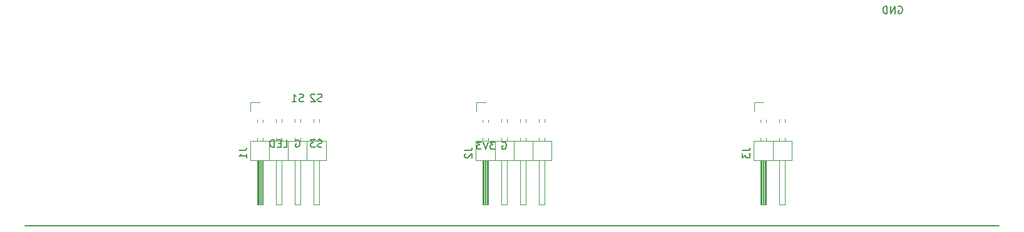
<source format=gbr>
%TF.GenerationSoftware,KiCad,Pcbnew,(5.1.12)-1*%
%TF.CreationDate,2022-02-09T09:57:39+03:00*%
%TF.ProjectId,Streamer_ADAU1701 front,53747265-616d-4657-925f-414441553137,rev?*%
%TF.SameCoordinates,Original*%
%TF.FileFunction,Legend,Bot*%
%TF.FilePolarity,Positive*%
%FSLAX46Y46*%
G04 Gerber Fmt 4.6, Leading zero omitted, Abs format (unit mm)*
G04 Created by KiCad (PCBNEW (5.1.12)-1) date 2022-02-09 09:57:39*
%MOMM*%
%LPD*%
G01*
G04 APERTURE LIST*
%ADD10C,0.150000*%
%ADD11C,0.120000*%
G04 APERTURE END LIST*
D10*
X105642857Y-86152380D02*
X106119047Y-86152380D01*
X106119047Y-85152380D01*
X105309523Y-85628571D02*
X104976190Y-85628571D01*
X104833333Y-86152380D02*
X105309523Y-86152380D01*
X105309523Y-85152380D01*
X104833333Y-85152380D01*
X104404761Y-86152380D02*
X104404761Y-85152380D01*
X104166666Y-85152380D01*
X104023809Y-85200000D01*
X103928571Y-85295238D01*
X103880952Y-85390476D01*
X103833333Y-85580952D01*
X103833333Y-85723809D01*
X103880952Y-85914285D01*
X103928571Y-86009523D01*
X104023809Y-86104761D01*
X104166666Y-86152380D01*
X104404761Y-86152380D01*
X188848904Y-67064000D02*
X188944142Y-67016380D01*
X189087000Y-67016380D01*
X189229857Y-67064000D01*
X189325095Y-67159238D01*
X189372714Y-67254476D01*
X189420333Y-67444952D01*
X189420333Y-67587809D01*
X189372714Y-67778285D01*
X189325095Y-67873523D01*
X189229857Y-67968761D01*
X189087000Y-68016380D01*
X188991761Y-68016380D01*
X188848904Y-67968761D01*
X188801285Y-67921142D01*
X188801285Y-67587809D01*
X188991761Y-67587809D01*
X188372714Y-68016380D02*
X188372714Y-67016380D01*
X187801285Y-68016380D01*
X187801285Y-67016380D01*
X187325095Y-68016380D02*
X187325095Y-67016380D01*
X187087000Y-67016380D01*
X186944142Y-67064000D01*
X186848904Y-67159238D01*
X186801285Y-67254476D01*
X186753666Y-67444952D01*
X186753666Y-67587809D01*
X186801285Y-67778285D01*
X186848904Y-67873523D01*
X186944142Y-67968761D01*
X187087000Y-68016380D01*
X187325095Y-68016380D01*
X134238095Y-85452380D02*
X133619047Y-85452380D01*
X133952380Y-85833333D01*
X133809523Y-85833333D01*
X133714285Y-85880952D01*
X133666666Y-85928571D01*
X133619047Y-86023809D01*
X133619047Y-86261904D01*
X133666666Y-86357142D01*
X133714285Y-86404761D01*
X133809523Y-86452380D01*
X134095238Y-86452380D01*
X134190476Y-86404761D01*
X134238095Y-86357142D01*
X133333333Y-85452380D02*
X133000000Y-86452380D01*
X132666666Y-85452380D01*
X132428571Y-85452380D02*
X131809523Y-85452380D01*
X132142857Y-85833333D01*
X132000000Y-85833333D01*
X131904761Y-85880952D01*
X131857142Y-85928571D01*
X131809523Y-86023809D01*
X131809523Y-86261904D01*
X131857142Y-86357142D01*
X131904761Y-86404761D01*
X132000000Y-86452380D01*
X132285714Y-86452380D01*
X132380952Y-86404761D01*
X132428571Y-86357142D01*
X110861904Y-86104761D02*
X110719047Y-86152380D01*
X110480952Y-86152380D01*
X110385714Y-86104761D01*
X110338095Y-86057142D01*
X110290476Y-85961904D01*
X110290476Y-85866666D01*
X110338095Y-85771428D01*
X110385714Y-85723809D01*
X110480952Y-85676190D01*
X110671428Y-85628571D01*
X110766666Y-85580952D01*
X110814285Y-85533333D01*
X110861904Y-85438095D01*
X110861904Y-85342857D01*
X110814285Y-85247619D01*
X110766666Y-85200000D01*
X110671428Y-85152380D01*
X110433333Y-85152380D01*
X110290476Y-85200000D01*
X109957142Y-85152380D02*
X109338095Y-85152380D01*
X109671428Y-85533333D01*
X109528571Y-85533333D01*
X109433333Y-85580952D01*
X109385714Y-85628571D01*
X109338095Y-85723809D01*
X109338095Y-85961904D01*
X109385714Y-86057142D01*
X109433333Y-86104761D01*
X109528571Y-86152380D01*
X109814285Y-86152380D01*
X109909523Y-86104761D01*
X109957142Y-86057142D01*
X110861904Y-79904761D02*
X110719047Y-79952380D01*
X110480952Y-79952380D01*
X110385714Y-79904761D01*
X110338095Y-79857142D01*
X110290476Y-79761904D01*
X110290476Y-79666666D01*
X110338095Y-79571428D01*
X110385714Y-79523809D01*
X110480952Y-79476190D01*
X110671428Y-79428571D01*
X110766666Y-79380952D01*
X110814285Y-79333333D01*
X110861904Y-79238095D01*
X110861904Y-79142857D01*
X110814285Y-79047619D01*
X110766666Y-79000000D01*
X110671428Y-78952380D01*
X110433333Y-78952380D01*
X110290476Y-79000000D01*
X109909523Y-79047619D02*
X109861904Y-79000000D01*
X109766666Y-78952380D01*
X109528571Y-78952380D01*
X109433333Y-79000000D01*
X109385714Y-79047619D01*
X109338095Y-79142857D01*
X109338095Y-79238095D01*
X109385714Y-79380952D01*
X109957142Y-79952380D01*
X109338095Y-79952380D01*
X108361904Y-79904761D02*
X108219047Y-79952380D01*
X107980952Y-79952380D01*
X107885714Y-79904761D01*
X107838095Y-79857142D01*
X107790476Y-79761904D01*
X107790476Y-79666666D01*
X107838095Y-79571428D01*
X107885714Y-79523809D01*
X107980952Y-79476190D01*
X108171428Y-79428571D01*
X108266666Y-79380952D01*
X108314285Y-79333333D01*
X108361904Y-79238095D01*
X108361904Y-79142857D01*
X108314285Y-79047619D01*
X108266666Y-79000000D01*
X108171428Y-78952380D01*
X107933333Y-78952380D01*
X107790476Y-79000000D01*
X106838095Y-79952380D02*
X107409523Y-79952380D01*
X107123809Y-79952380D02*
X107123809Y-78952380D01*
X107219047Y-79095238D01*
X107314285Y-79190476D01*
X107409523Y-79238095D01*
X135238095Y-85500000D02*
X135333333Y-85452380D01*
X135476190Y-85452380D01*
X135619047Y-85500000D01*
X135714285Y-85595238D01*
X135761904Y-85690476D01*
X135809523Y-85880952D01*
X135809523Y-86023809D01*
X135761904Y-86214285D01*
X135714285Y-86309523D01*
X135619047Y-86404761D01*
X135476190Y-86452380D01*
X135380952Y-86452380D01*
X135238095Y-86404761D01*
X135190476Y-86357142D01*
X135190476Y-86023809D01*
X135380952Y-86023809D01*
X107338095Y-85200000D02*
X107433333Y-85152380D01*
X107576190Y-85152380D01*
X107719047Y-85200000D01*
X107814285Y-85295238D01*
X107861904Y-85390476D01*
X107909523Y-85580952D01*
X107909523Y-85723809D01*
X107861904Y-85914285D01*
X107814285Y-86009523D01*
X107719047Y-86104761D01*
X107576190Y-86152380D01*
X107480952Y-86152380D01*
X107338095Y-86104761D01*
X107290476Y-86057142D01*
X107290476Y-85723809D01*
X107480952Y-85723809D01*
X202450000Y-96850000D02*
X70700000Y-96850000D01*
D11*
%TO.C,J2*%
X131670000Y-85280000D02*
X141950000Y-85280000D01*
X141950000Y-85280000D02*
X141950000Y-87940000D01*
X141950000Y-87940000D02*
X131670000Y-87940000D01*
X131670000Y-87940000D02*
X131670000Y-85280000D01*
X132620000Y-87940000D02*
X132620000Y-93940000D01*
X132620000Y-93940000D02*
X133380000Y-93940000D01*
X133380000Y-93940000D02*
X133380000Y-87940000D01*
X132680000Y-87940000D02*
X132680000Y-93940000D01*
X132800000Y-87940000D02*
X132800000Y-93940000D01*
X132920000Y-87940000D02*
X132920000Y-93940000D01*
X133040000Y-87940000D02*
X133040000Y-93940000D01*
X133160000Y-87940000D02*
X133160000Y-93940000D01*
X133280000Y-87940000D02*
X133280000Y-93940000D01*
X132620000Y-84882929D02*
X132620000Y-85280000D01*
X133380000Y-84882929D02*
X133380000Y-85280000D01*
X132620000Y-82410000D02*
X132620000Y-82797071D01*
X133380000Y-82410000D02*
X133380000Y-82797071D01*
X134270000Y-85280000D02*
X134270000Y-87940000D01*
X135160000Y-87940000D02*
X135160000Y-93940000D01*
X135160000Y-93940000D02*
X135920000Y-93940000D01*
X135920000Y-93940000D02*
X135920000Y-87940000D01*
X135160000Y-84882929D02*
X135160000Y-85280000D01*
X135920000Y-84882929D02*
X135920000Y-85280000D01*
X135160000Y-82342929D02*
X135160000Y-82797071D01*
X135920000Y-82342929D02*
X135920000Y-82797071D01*
X136810000Y-85280000D02*
X136810000Y-87940000D01*
X137700000Y-87940000D02*
X137700000Y-93940000D01*
X137700000Y-93940000D02*
X138460000Y-93940000D01*
X138460000Y-93940000D02*
X138460000Y-87940000D01*
X137700000Y-84882929D02*
X137700000Y-85280000D01*
X138460000Y-84882929D02*
X138460000Y-85280000D01*
X137700000Y-82342929D02*
X137700000Y-82797071D01*
X138460000Y-82342929D02*
X138460000Y-82797071D01*
X139350000Y-85280000D02*
X139350000Y-87940000D01*
X140240000Y-87940000D02*
X140240000Y-93940000D01*
X140240000Y-93940000D02*
X141000000Y-93940000D01*
X141000000Y-93940000D02*
X141000000Y-87940000D01*
X140240000Y-84882929D02*
X140240000Y-85280000D01*
X141000000Y-84882929D02*
X141000000Y-85280000D01*
X140240000Y-82342929D02*
X140240000Y-82797071D01*
X141000000Y-82342929D02*
X141000000Y-82797071D01*
X133000000Y-80030000D02*
X131730000Y-80030000D01*
X131730000Y-80030000D02*
X131730000Y-81300000D01*
%TO.C,J1*%
X101230000Y-80030000D02*
X101230000Y-81300000D01*
X102500000Y-80030000D02*
X101230000Y-80030000D01*
X110500000Y-82342929D02*
X110500000Y-82797071D01*
X109740000Y-82342929D02*
X109740000Y-82797071D01*
X110500000Y-84882929D02*
X110500000Y-85280000D01*
X109740000Y-84882929D02*
X109740000Y-85280000D01*
X110500000Y-93940000D02*
X110500000Y-87940000D01*
X109740000Y-93940000D02*
X110500000Y-93940000D01*
X109740000Y-87940000D02*
X109740000Y-93940000D01*
X108850000Y-85280000D02*
X108850000Y-87940000D01*
X107960000Y-82342929D02*
X107960000Y-82797071D01*
X107200000Y-82342929D02*
X107200000Y-82797071D01*
X107960000Y-84882929D02*
X107960000Y-85280000D01*
X107200000Y-84882929D02*
X107200000Y-85280000D01*
X107960000Y-93940000D02*
X107960000Y-87940000D01*
X107200000Y-93940000D02*
X107960000Y-93940000D01*
X107200000Y-87940000D02*
X107200000Y-93940000D01*
X106310000Y-85280000D02*
X106310000Y-87940000D01*
X105420000Y-82342929D02*
X105420000Y-82797071D01*
X104660000Y-82342929D02*
X104660000Y-82797071D01*
X105420000Y-84882929D02*
X105420000Y-85280000D01*
X104660000Y-84882929D02*
X104660000Y-85280000D01*
X105420000Y-93940000D02*
X105420000Y-87940000D01*
X104660000Y-93940000D02*
X105420000Y-93940000D01*
X104660000Y-87940000D02*
X104660000Y-93940000D01*
X103770000Y-85280000D02*
X103770000Y-87940000D01*
X102880000Y-82410000D02*
X102880000Y-82797071D01*
X102120000Y-82410000D02*
X102120000Y-82797071D01*
X102880000Y-84882929D02*
X102880000Y-85280000D01*
X102120000Y-84882929D02*
X102120000Y-85280000D01*
X102780000Y-87940000D02*
X102780000Y-93940000D01*
X102660000Y-87940000D02*
X102660000Y-93940000D01*
X102540000Y-87940000D02*
X102540000Y-93940000D01*
X102420000Y-87940000D02*
X102420000Y-93940000D01*
X102300000Y-87940000D02*
X102300000Y-93940000D01*
X102180000Y-87940000D02*
X102180000Y-93940000D01*
X102880000Y-93940000D02*
X102880000Y-87940000D01*
X102120000Y-93940000D02*
X102880000Y-93940000D01*
X102120000Y-87940000D02*
X102120000Y-93940000D01*
X101170000Y-87940000D02*
X101170000Y-85280000D01*
X111450000Y-87940000D02*
X101170000Y-87940000D01*
X111450000Y-85280000D02*
X111450000Y-87940000D01*
X101170000Y-85280000D02*
X111450000Y-85280000D01*
%TO.C,J3*%
X169270000Y-85280000D02*
X174470000Y-85280000D01*
X174470000Y-85280000D02*
X174470000Y-87940000D01*
X174470000Y-87940000D02*
X169270000Y-87940000D01*
X169270000Y-87940000D02*
X169270000Y-85280000D01*
X170220000Y-87940000D02*
X170220000Y-93940000D01*
X170220000Y-93940000D02*
X170980000Y-93940000D01*
X170980000Y-93940000D02*
X170980000Y-87940000D01*
X170280000Y-87940000D02*
X170280000Y-93940000D01*
X170400000Y-87940000D02*
X170400000Y-93940000D01*
X170520000Y-87940000D02*
X170520000Y-93940000D01*
X170640000Y-87940000D02*
X170640000Y-93940000D01*
X170760000Y-87940000D02*
X170760000Y-93940000D01*
X170880000Y-87940000D02*
X170880000Y-93940000D01*
X170220000Y-84882929D02*
X170220000Y-85280000D01*
X170980000Y-84882929D02*
X170980000Y-85280000D01*
X170220000Y-82410000D02*
X170220000Y-82797071D01*
X170980000Y-82410000D02*
X170980000Y-82797071D01*
X171870000Y-85280000D02*
X171870000Y-87940000D01*
X172760000Y-87940000D02*
X172760000Y-93940000D01*
X172760000Y-93940000D02*
X173520000Y-93940000D01*
X173520000Y-93940000D02*
X173520000Y-87940000D01*
X172760000Y-84882929D02*
X172760000Y-85280000D01*
X173520000Y-84882929D02*
X173520000Y-85280000D01*
X172760000Y-82342929D02*
X172760000Y-82797071D01*
X173520000Y-82342929D02*
X173520000Y-82797071D01*
X170600000Y-80030000D02*
X169330000Y-80030000D01*
X169330000Y-80030000D02*
X169330000Y-81300000D01*
%TO.C,J2*%
D10*
X130182380Y-86621666D02*
X130896666Y-86621666D01*
X131039523Y-86574047D01*
X131134761Y-86478809D01*
X131182380Y-86335952D01*
X131182380Y-86240714D01*
X130277619Y-87050238D02*
X130230000Y-87097857D01*
X130182380Y-87193095D01*
X130182380Y-87431190D01*
X130230000Y-87526428D01*
X130277619Y-87574047D01*
X130372857Y-87621666D01*
X130468095Y-87621666D01*
X130610952Y-87574047D01*
X131182380Y-87002619D01*
X131182380Y-87621666D01*
%TO.C,J1*%
X99682380Y-86621666D02*
X100396666Y-86621666D01*
X100539523Y-86574047D01*
X100634761Y-86478809D01*
X100682380Y-86335952D01*
X100682380Y-86240714D01*
X100682380Y-87621666D02*
X100682380Y-87050238D01*
X100682380Y-87335952D02*
X99682380Y-87335952D01*
X99825238Y-87240714D01*
X99920476Y-87145476D01*
X99968095Y-87050238D01*
%TO.C,J3*%
X167782380Y-86621666D02*
X168496666Y-86621666D01*
X168639523Y-86574047D01*
X168734761Y-86478809D01*
X168782380Y-86335952D01*
X168782380Y-86240714D01*
X167782380Y-87002619D02*
X167782380Y-87621666D01*
X168163333Y-87288333D01*
X168163333Y-87431190D01*
X168210952Y-87526428D01*
X168258571Y-87574047D01*
X168353809Y-87621666D01*
X168591904Y-87621666D01*
X168687142Y-87574047D01*
X168734761Y-87526428D01*
X168782380Y-87431190D01*
X168782380Y-87145476D01*
X168734761Y-87050238D01*
X168687142Y-87002619D01*
%TD*%
M02*

</source>
